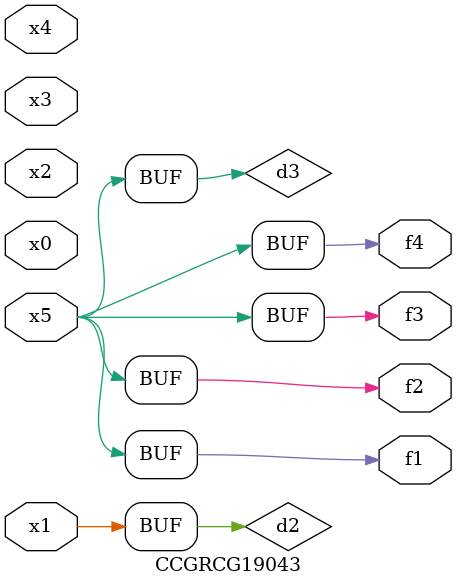
<source format=v>
module CCGRCG19043(
	input x0, x1, x2, x3, x4, x5,
	output f1, f2, f3, f4
);

	wire d1, d2, d3;

	not (d1, x5);
	or (d2, x1);
	xnor (d3, d1);
	assign f1 = d3;
	assign f2 = d3;
	assign f3 = d3;
	assign f4 = d3;
endmodule

</source>
